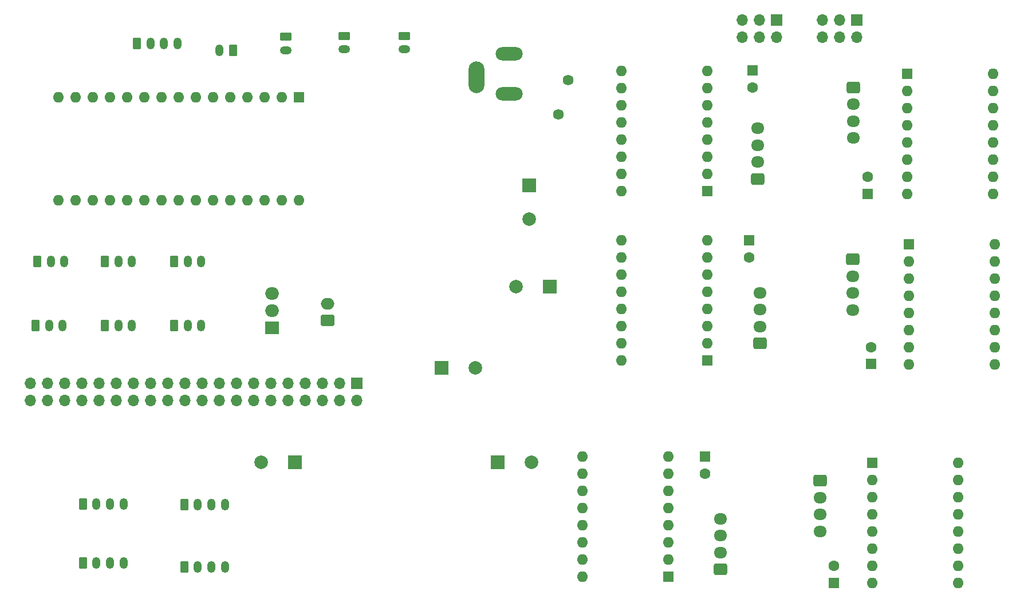
<source format=gbr>
%TF.GenerationSoftware,KiCad,Pcbnew,(6.0.7)*%
%TF.CreationDate,2023-04-18T19:04:57+08:00*%
%TF.ProjectId,stepper_with_DRV8825_controller_board_V3,73746570-7065-4725-9f77-6974685f4452,rev?*%
%TF.SameCoordinates,PX4a62f80PY848f8c0*%
%TF.FileFunction,Soldermask,Bot*%
%TF.FilePolarity,Negative*%
%FSLAX46Y46*%
G04 Gerber Fmt 4.6, Leading zero omitted, Abs format (unit mm)*
G04 Created by KiCad (PCBNEW (6.0.7)) date 2023-04-18 19:04:57*
%MOMM*%
%LPD*%
G01*
G04 APERTURE LIST*
G04 Aperture macros list*
%AMRoundRect*
0 Rectangle with rounded corners*
0 $1 Rounding radius*
0 $2 $3 $4 $5 $6 $7 $8 $9 X,Y pos of 4 corners*
0 Add a 4 corners polygon primitive as box body*
4,1,4,$2,$3,$4,$5,$6,$7,$8,$9,$2,$3,0*
0 Add four circle primitives for the rounded corners*
1,1,$1+$1,$2,$3*
1,1,$1+$1,$4,$5*
1,1,$1+$1,$6,$7*
1,1,$1+$1,$8,$9*
0 Add four rect primitives between the rounded corners*
20,1,$1+$1,$2,$3,$4,$5,0*
20,1,$1+$1,$4,$5,$6,$7,0*
20,1,$1+$1,$6,$7,$8,$9,0*
20,1,$1+$1,$8,$9,$2,$3,0*%
G04 Aperture macros list end*
%ADD10R,1.600000X1.600000*%
%ADD11C,1.600000*%
%ADD12R,2.000000X2.000000*%
%ADD13C,2.000000*%
%ADD14C,1.590000*%
%ADD15RoundRect,0.250000X-0.350000X-0.625000X0.350000X-0.625000X0.350000X0.625000X-0.350000X0.625000X0*%
%ADD16O,1.200000X1.750000*%
%ADD17RoundRect,0.250000X-0.625000X0.350000X-0.625000X-0.350000X0.625000X-0.350000X0.625000X0.350000X0*%
%ADD18O,1.750000X1.200000*%
%ADD19O,1.600000X1.600000*%
%ADD20O,4.000000X2.000000*%
%ADD21O,2.350000X4.700000*%
%ADD22RoundRect,0.250000X0.725000X-0.600000X0.725000X0.600000X-0.725000X0.600000X-0.725000X-0.600000X0*%
%ADD23O,1.950000X1.700000*%
%ADD24RoundRect,0.250000X0.750000X-0.600000X0.750000X0.600000X-0.750000X0.600000X-0.750000X-0.600000X0*%
%ADD25O,2.000000X1.700000*%
%ADD26R,1.700000X1.700000*%
%ADD27O,1.700000X1.700000*%
%ADD28RoundRect,0.250000X-0.725000X0.600000X-0.725000X-0.600000X0.725000X-0.600000X0.725000X0.600000X0*%
%ADD29R,2.000000X1.905000*%
%ADD30O,2.000000X1.905000*%
%ADD31RoundRect,0.250000X0.350000X0.625000X-0.350000X0.625000X-0.350000X-0.625000X0.350000X-0.625000X0*%
G04 APERTURE END LIST*
D10*
%TO.C,C15*%
X128500000Y35534887D03*
D11*
X128500000Y38034887D03*
%TD*%
D12*
%TO.C,C6*%
X65000000Y35000000D03*
D13*
X70000000Y35000000D03*
%TD*%
D14*
%TO.C,F1*%
X83700000Y77550000D03*
X82300000Y72450000D03*
%TD*%
D15*
%TO.C,J18*%
X15250000Y50700000D03*
D16*
X17250000Y50700000D03*
X19250000Y50700000D03*
%TD*%
D10*
%TO.C,C12*%
X110500000Y53855112D03*
D11*
X110500000Y51355112D03*
%TD*%
D17*
%TO.C,J2*%
X42000000Y84000000D03*
D18*
X42000000Y82000000D03*
%TD*%
D12*
%TO.C,C7*%
X43367677Y21000000D03*
D13*
X38367677Y21000000D03*
%TD*%
D19*
%TO.C,A1*%
X43940000Y59760000D03*
X41400000Y59760000D03*
X38860000Y59760000D03*
X36320000Y59760000D03*
X33780000Y59760000D03*
X31240000Y59760000D03*
X28700000Y59760000D03*
X26160000Y59760000D03*
X23620000Y59760000D03*
X21080000Y59760000D03*
X18540000Y59760000D03*
X16000000Y59760000D03*
X13460000Y59760000D03*
X10920000Y59760000D03*
X8380000Y59760000D03*
X8380000Y75000000D03*
X10920000Y75000000D03*
X13460000Y75000000D03*
X16000000Y75000000D03*
X18540000Y75000000D03*
X21080000Y75000000D03*
X23620000Y75000000D03*
X26160000Y75000000D03*
X28700000Y75000000D03*
X31240000Y75000000D03*
X33780000Y75000000D03*
X36320000Y75000000D03*
X38860000Y75000000D03*
X41400000Y75000000D03*
D10*
X43940000Y75000000D03*
%TD*%
%TO.C,A7*%
X128660000Y20890000D03*
D19*
X128660000Y18350000D03*
X128660000Y15810000D03*
X128660000Y13270000D03*
X128660000Y10730000D03*
X128660000Y8190000D03*
X128660000Y5650000D03*
X128660000Y3110000D03*
X141360000Y3110000D03*
X141360000Y5650000D03*
X141360000Y8190000D03*
X141360000Y10730000D03*
X141360000Y13270000D03*
X141360000Y15810000D03*
X141360000Y18350000D03*
X141360000Y20890000D03*
%TD*%
D20*
%TO.C,J1*%
X75000000Y75500000D03*
D21*
X70200000Y78000000D03*
D20*
X75000000Y81500000D03*
%TD*%
D10*
%TO.C,C13*%
X104000000Y21850000D03*
D11*
X104000000Y19350000D03*
%TD*%
D15*
%TO.C,J13*%
X12000000Y6100000D03*
D16*
X14000000Y6100000D03*
X16000000Y6100000D03*
X18000000Y6100000D03*
%TD*%
D15*
%TO.C,J6*%
X27000000Y5550000D03*
D16*
X29000000Y5550000D03*
X31000000Y5550000D03*
X33000000Y5550000D03*
%TD*%
D22*
%TO.C,J15*%
X111775000Y62950000D03*
D23*
X111775000Y65450000D03*
X111775000Y67950000D03*
X111775000Y70450000D03*
%TD*%
D10*
%TO.C,C14*%
X128000000Y60734887D03*
D11*
X128000000Y63234887D03*
%TD*%
D24*
%TO.C,J11*%
X48185000Y42005000D03*
D25*
X48185000Y44505000D03*
%TD*%
D12*
%TO.C,C1*%
X81000000Y47000000D03*
D13*
X76000000Y47000000D03*
%TD*%
D15*
%TO.C,J8*%
X20000000Y83000000D03*
D16*
X22000000Y83000000D03*
X24000000Y83000000D03*
X26000000Y83000000D03*
%TD*%
D12*
%TO.C,C5*%
X78000000Y62000000D03*
D13*
X78000000Y57000000D03*
%TD*%
D10*
%TO.C,A3*%
X104340000Y36110000D03*
D19*
X104340000Y38650000D03*
X104340000Y41190000D03*
X104340000Y43730000D03*
X104340000Y46270000D03*
X104340000Y48810000D03*
X104340000Y51350000D03*
X104340000Y53890000D03*
X91640000Y53890000D03*
X91640000Y51350000D03*
X91640000Y48810000D03*
X91640000Y46270000D03*
X91640000Y43730000D03*
X91640000Y41190000D03*
X91640000Y38650000D03*
X91640000Y36110000D03*
%TD*%
D15*
%TO.C,J19*%
X25500000Y50700000D03*
D16*
X27500000Y50700000D03*
X29500000Y50700000D03*
%TD*%
D26*
%TO.C,J10*%
X114580000Y86500000D03*
D27*
X114580000Y83960000D03*
X112040000Y86500000D03*
X112040000Y83960000D03*
X109500000Y86500000D03*
X109500000Y83960000D03*
%TD*%
D15*
%TO.C,J5*%
X27000000Y14750000D03*
D16*
X29000000Y14750000D03*
X31000000Y14750000D03*
X33000000Y14750000D03*
%TD*%
D28*
%TO.C,J21*%
X125915000Y76490000D03*
D23*
X125915000Y73990000D03*
X125915000Y71490000D03*
X125915000Y68990000D03*
%TD*%
D28*
%TO.C,J25*%
X125790000Y51040000D03*
D23*
X125790000Y48540000D03*
X125790000Y46040000D03*
X125790000Y43540000D03*
%TD*%
D28*
%TO.C,J26*%
X121000000Y18295113D03*
D23*
X121000000Y15795113D03*
X121000000Y13295113D03*
X121000000Y10795113D03*
%TD*%
D12*
%TO.C,C2*%
X73330177Y21000000D03*
D13*
X78330177Y21000000D03*
%TD*%
D15*
%TO.C,J12*%
X12000000Y14800000D03*
D16*
X14000000Y14800000D03*
X16000000Y14800000D03*
X18000000Y14800000D03*
%TD*%
D22*
%TO.C,J16*%
X112075000Y38600000D03*
D23*
X112075000Y41100000D03*
X112075000Y43600000D03*
X112075000Y46100000D03*
%TD*%
D26*
%TO.C,J14*%
X52465000Y32675000D03*
D27*
X52465000Y30135000D03*
X49925000Y32675000D03*
X49925000Y30135000D03*
X47385000Y32675000D03*
X47385000Y30135000D03*
X44845000Y32675000D03*
X44845000Y30135000D03*
X42305000Y32675000D03*
X42305000Y30135000D03*
X39765000Y32675000D03*
X39765000Y30135000D03*
X37225000Y32675000D03*
X37225000Y30135000D03*
X34685000Y32675000D03*
X34685000Y30135000D03*
X32145000Y32675000D03*
X32145000Y30135000D03*
X29605000Y32675000D03*
X29605000Y30135000D03*
X27065000Y32675000D03*
X27065000Y30135000D03*
X24525000Y32675000D03*
X24525000Y30135000D03*
X21985000Y32675000D03*
X21985000Y30135000D03*
X19445000Y32675000D03*
X19445000Y30135000D03*
X16905000Y32675000D03*
X16905000Y30135000D03*
X14365000Y32675000D03*
X14365000Y30135000D03*
X11825000Y32675000D03*
X11825000Y30135000D03*
X9285000Y32675000D03*
X9285000Y30135000D03*
X6745000Y32675000D03*
X6745000Y30135000D03*
X4205000Y32675000D03*
X4205000Y30135000D03*
%TD*%
D17*
%TO.C,J3*%
X50600000Y84100000D03*
D18*
X50600000Y82100000D03*
%TD*%
D15*
%TO.C,J17*%
X5250000Y50700000D03*
D16*
X7250000Y50700000D03*
X9250000Y50700000D03*
%TD*%
D10*
%TO.C,C11*%
X111000000Y79000000D03*
D11*
X111000000Y76500000D03*
%TD*%
D29*
%TO.C,Q1*%
X40000000Y40920000D03*
D30*
X40000000Y43460000D03*
X40000000Y46000000D03*
%TD*%
D15*
%TO.C,J22*%
X5000000Y41250000D03*
D16*
X7000000Y41250000D03*
X9000000Y41250000D03*
%TD*%
D31*
%TO.C,J7*%
X34200000Y81950000D03*
D16*
X32200000Y81950000D03*
%TD*%
D10*
%TO.C,A6*%
X134075000Y53230000D03*
D19*
X134075000Y50690000D03*
X134075000Y48150000D03*
X134075000Y45610000D03*
X134075000Y43070000D03*
X134075000Y40530000D03*
X134075000Y37990000D03*
X134075000Y35450000D03*
X146775000Y35450000D03*
X146775000Y37990000D03*
X146775000Y40530000D03*
X146775000Y43070000D03*
X146775000Y45610000D03*
X146775000Y48150000D03*
X146775000Y50690000D03*
X146775000Y53230000D03*
%TD*%
D15*
%TO.C,J24*%
X25500000Y41250000D03*
D16*
X27500000Y41250000D03*
X29500000Y41250000D03*
%TD*%
D10*
%TO.C,A5*%
X133875000Y78530000D03*
D19*
X133875000Y75990000D03*
X133875000Y73450000D03*
X133875000Y70910000D03*
X133875000Y68370000D03*
X133875000Y65830000D03*
X133875000Y63290000D03*
X133875000Y60750000D03*
X146575000Y60750000D03*
X146575000Y63290000D03*
X146575000Y65830000D03*
X146575000Y68370000D03*
X146575000Y70910000D03*
X146575000Y73450000D03*
X146575000Y75990000D03*
X146575000Y78530000D03*
%TD*%
D10*
%TO.C,A2*%
X104340000Y61110000D03*
D19*
X104340000Y63650000D03*
X104340000Y66190000D03*
X104340000Y68730000D03*
X104340000Y71270000D03*
X104340000Y73810000D03*
X104340000Y76350000D03*
X104340000Y78890000D03*
X91640000Y78890000D03*
X91640000Y76350000D03*
X91640000Y73810000D03*
X91640000Y71270000D03*
X91640000Y68730000D03*
X91640000Y66190000D03*
X91640000Y63650000D03*
X91640000Y61110000D03*
%TD*%
D15*
%TO.C,J23*%
X15250000Y41250000D03*
D16*
X17250000Y41250000D03*
X19250000Y41250000D03*
%TD*%
D26*
%TO.C,J9*%
X126380000Y86500000D03*
D27*
X126380000Y83960000D03*
X123840000Y86500000D03*
X123840000Y83960000D03*
X121300000Y86500000D03*
X121300000Y83960000D03*
%TD*%
D10*
%TO.C,A4*%
X98585000Y4060000D03*
D19*
X98585000Y6600000D03*
X98585000Y9140000D03*
X98585000Y11680000D03*
X98585000Y14220000D03*
X98585000Y16760000D03*
X98585000Y19300000D03*
X98585000Y21840000D03*
X85885000Y21840000D03*
X85885000Y19300000D03*
X85885000Y16760000D03*
X85885000Y14220000D03*
X85885000Y11680000D03*
X85885000Y9140000D03*
X85885000Y6600000D03*
X85885000Y4060000D03*
%TD*%
D17*
%TO.C,J4*%
X59550000Y84100000D03*
D18*
X59550000Y82100000D03*
%TD*%
D10*
%TO.C,C16*%
X123000000Y3184887D03*
D11*
X123000000Y5684887D03*
%TD*%
D22*
%TO.C,J20*%
X106245000Y5150000D03*
D23*
X106245000Y7650000D03*
X106245000Y10150000D03*
X106245000Y12650000D03*
%TD*%
M02*

</source>
